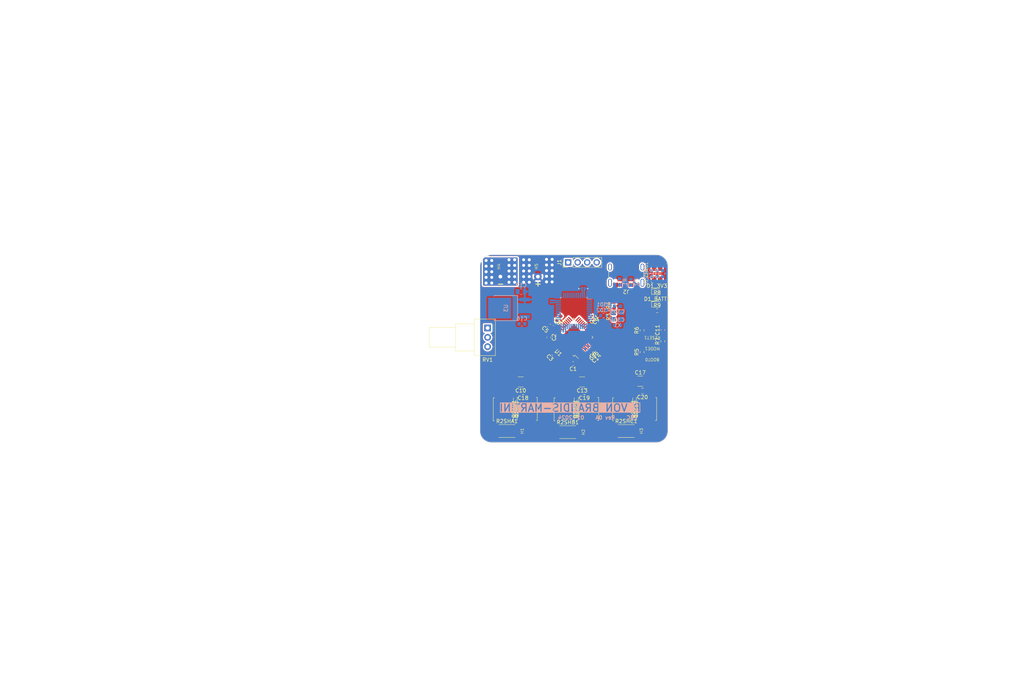
<source format=kicad_pcb>
(kicad_pcb (version 20221018) (generator pcbnew)
  (layers (0 "F.Cu" mixed) (1 "In1.Cu" power) (2 "In2.Cu" mixed) (3 "In3.Cu" power) (4 "In4.Cu" mixed) (5 "In5.Cu" power) (6 "In6.Cu" power) (31 "B.Cu" mixed) (34 "B.Paste" user) (35 "F.Paste" user) (36 "B.SilkS" user "B.Silkscreen") (37 "F.SilkS" user "F.Silkscreen") (38 "B.Mask" user) (39 "F.Mask" user) (44 "Edge.Cuts" user))
  (net 0 "")
  (net 1 "SH_A")
  (net 2 "SH_B")
  (net 3 "SH_C")
  (net 4 "+3V3")
  (net 5 "GND")
  (net 6 "+BATT")
  (net 7 "GAH")
  (net 8 "GAL")
  (net 9 "GBH")
  (net 10 "GBL")
  (net 11 "GCH")
  (net 12 "GCL")
  (net 13 "/MOTOR_DRIVE/A_OUT")
  (net 14 "/MOTOR_DRIVE/B_OUT")
  (net 15 "/MOTOR_DRIVE/C_OUT")
  (net 16 "/MOTOR_DRIVE/CURRENT_A")
  (net 17 "/MOTOR_DRIVE/CURRENT_B")
  (net 18 "/MOTOR_DRIVE/CURRENT_C")
  (net 19 "/MOTOR_DRIVE/CSN")
  (net 20 "/MOTOR_DRIVE/SCK")
  (net 21 "/MOTOR_DRIVE/SDI")
  (net 22 "/MOTOR_DRIVE/SDO")
  (net 23 "/MOTOR_DRIVE/GAL_IN")
  (net 24 "/MOTOR_DRIVE/GBL_IN")
  (net 25 "/MOTOR_DRIVE/GCL_IN")
  (net 26 "RSTn")
  (net 27 "MODE")
  (net 28 "BOOT0")
  (net 29 "SWDIO")
  (net 30 "SWCLK")
  (net 31 "/MOTOR_DRIVE/CA")
  (net 32 "/MOTOR_DRIVE/CB")
  (net 33 "/MOTOR_DRIVE/CC")
  (net 34 "/MOTOR_DRIVE/CPO")
  (net 35 "/MOTOR_DRIVE/CPI")
  (net 36 "/MOTOR_DRIVE/VCP")
  (net 37 "/MOTOR_DRIVE/12VOUT")
  (net 38 "/MOTOR_DRIVE/5VOUT")
  (net 39 "OSC_IN")
  (net 40 "/Microcontroller/OSC_PIN1")
  (net 41 "Net-(D1_3V3-K)")
  (net 42 "Net-(D1_BATT1-K)")
  (net 43 "/Microcontroller/RGB1")
  (net 44 "/Microcontroller/RGB3")
  (net 45 "/Microcontroller/RGB4")
  (net 46 "+5V")
  (net 47 "/Microcontroller/CC1")
  (net 48 "USB_D+")
  (net 49 "USB_D-")
  (net 51 "/Microcontroller/CC2")
  (net 53 "BATTERY")
  (net 54 "BLUEn")
  (net 55 "GREENn")
  (net 56 "REDn")
  (net 57 "OSC_OUT")
  (net 58 "SPEED")
  (net 60 "/MOTOR_DRIVE/GAH_IN")
  (net 61 "/MOTOR_DRIVE/GBH_IN")
  (net 62 "/MOTOR_DRIVE/GCH_IN")
  (net 63 "/MOTOR_DRIVE/DRV1_FUALT")
  (net 73 "/Microcontroller/CAN_RX")
  (net 76 "/Microcontroller/CAN_TX")
  (footprint "Resistor_SMD:R_0603_1608Metric" (layer "F.Cu") (at 175.7 96.525 90)
    (fp_text reference "R3")
    (fp_text value "24k3")
  )
  (footprint "Connector_USB:USB_C_Receptacle_GCT_USB4105-xx-A_16P_TopMnt_Horizontal" (layer "F.Cu") (at 178.95 84.32 180)
    (fp_text reference "J2")
    (fp_text value "USB_C_Receptacle_USB2.0")
  )
  (footprint "Capacitor_SMD:C_0201_0603Metric" (layer "F.Cu") (at 169.6 106.183883 -135)
    (fp_text reference "C15")
    (fp_text value "100n")
  )
  (footprint "Package_QFP:TQFP-48-1EP_7x7mm_P0.5mm_EP5x5mm" (layer "F.Cu") (at 165 101.983883 135)
    (fp_text reference "U1")
    (fp_text value "TMC6200-TA")
  )
  (footprint "Package_TO_SOT_SMD:TDSON-8-1" (layer "F.Cu") (at 162.395 121.195 -90)
    (fp_text reference "Q2BL1")
    (fp_text value "CSD18540Q5B")
  )
  (footprint "Capacitor_SMD:C_1210_3225Metric" (layer "F.Cu") (at 150.825 113.9 180)
    (fp_text reference "C10")
    (fp_text value "10u X7R 50V 1210")
  )
  (footprint "Capacitor_SMD:C_0805_2012Metric" (layer "F.Cu") (at 151.45 116.5 180)
    (fp_text reference "C18")
    (fp_text value "1u X7R 50V 0805")
  )
  (footprint "SWITCH:Wurth" (layer "F.Cu") (at 185.9 103.024999 180)
    (fp_text reference "MODE1")
    (fp_text value "435151014824")
  )
  (footprint "Capacitor_SMD:C_0402_1005Metric" (layer "F.Cu") (at 170.2 106.783883 -135)
    (fp_text reference "C14")
    (fp_text value "1u")
  )
  (footprint "Resistor_SMD:R_0603_1608Metric" (layer "F.Cu") (at 187.2 94.9)
    (fp_text reference "R9")
    (fp_text value "2.2k")
  )
  (footprint "Capacitor_SMD:C_0603_1608Metric" (layer "F.Cu") (at 164.8 109 180)
    (fp_text reference "C1")
    (fp_text value "1u")
  )
  (footprint "LED_Wurth:150120M173000" (layer "F.Cu") (at 187.2 85 90)
    (fp_text reference "D1_CHRG1")
    (fp_text value "LED_BAGR")
  )
  (footprint "Capacitor_SMD:C_0201_0603Metric" (layer "F.Cu") (at 169.643954 96.439933 -135)
    (fp_text reference "C21")
    (fp_text value "1u")
  )
  (footprint "LED_SMD:LED_0603_1608Metric" (layer "F.Cu") (at 187.2 93.2)
    (fp_text reference "D1_BATT1")
    (fp_text value "RED")
  )
  (footprint "Resistor_SMD:R_0603_1608Metric" (layer "F.Cu") (at 183.175 100.124999 90)
    (fp_text reference "R6")
    (fp_text value "10k")
  )
  (footprint "Pas:Pad_3x4" (layer "F.Cu") (at 153.195 126.995 90)
    (fp_text reference "H1")
    (fp_text value "MountingHole_Pad")
  )
  (footprint "LED_SMD:LED_0603_1608Metric" (layer "F.Cu") (at 187.2 89.8)
    (fp_text reference "D1_3V3")
    (fp_text value "RED")
  )
  (footprint "Resistor_SMD:R_0603_1608Metric" (layer "F.Cu") (at 175.7 93.475 90)
    (fp_text reference "R4")
    (fp_text value "162k")
  )
  (footprint "Potentiometer_THT:Potentiometer_Alps_RK09Y11_Single_Horizontal" (layer "F.Cu") (at 142 99.5)
    (fp_text reference "RV1")
    (fp_text value "R_Potentiometer")
  )
  (footprint "Connector_PinHeader_2.54mm:PinHeader_1x04_P2.54mm_Vertical" (layer "F.Cu") (at 163.46 82 90)
    (fp_text reference "J1")
    (fp_text value "Conn_01x04_Pin")
  )
  (footprint "Capacitor_SMD:C_0402_1005Metric" (layer "F.Cu") (at 159.8 98.583883 -45)
    (fp_text reference "C8")
    (fp_text value "100n")
  )
  (footprint "SWITCH:Wurth" (layer "F.Cu") (at 185.9 105.949999 180)
    (fp_text reference "BOOT0")
    (fp_text value "435151014824")
  )
  (footprint "Pas:Pad_THT_3x4" (layer "F.Cu") (at 155.4 83.1 90)
    (fp_text reference "H5")
    (fp_text value "MountingHole_Pad")
  )
  (footprint "Pas:Pad_3x4" (layer "F.Cu") (at 169.545 127.295 90)
    (fp_text reference "H2")
    (fp_text value "MountingHole_Pad")
  )
  (footprint "Capacitor_SMD:C_0603_1608Metric" (layer "F.Cu") (at 158.3 102 -90)
    (fp_text reference "C2")
    (fp_text value "1u")
  )
  (footprint "Capacitor_SMD:C_0805_2012Metric" (layer "F.Cu") (at 167.8 116.5 180)
    (fp_text reference "C19")
    (fp_text value "1u X7R 50V 0805")
  )
  (footprint "Capacitor_SMD:C_0603_1608Metric" (layer "F.Cu") (at 158.351992 98.851992 135)
    (fp_text reference "C5")
    (fp_text value "100n")
  )
  (footprint "Capacitor_SMD:C_0603_1608Metric" (layer "F.Cu") (at 188.725 100.049999 90)
    (fp_text reference "C11")
    (fp_text value "100n")
  )
  (footprint "Capacitor_SMD:C_0805_2012Metric" (layer "F.Cu") (at 183.3 116.3 180)
    (fp_text reference "C20")
    (fp_text value "1u X7R 50V 0805")
  )
  (footprint "Package_TO_SOT_SMD:TDSON-8-1" (layer "F.Cu") (at 168.91 121.095 90)
    (fp_text reference "Q2BH1")
    (fp_text value "CSD18540Q5B")
  )
  (footprint "Capacitor_SMD:C_1210_3225Metric" (layer "F.Cu") (at 182.7 113.7)
    (fp_text reference "C17")
    (fp_text value "10u X7R 50V 1210")
  )
  (footprint "Package_TO_SOT_SMD:TDSON-8-1" (layer "F.Cu") (at 178 121.2 -90)
    (fp_text reference "Q2CL1")
    (fp_text value "CSD18540Q5B")
  )
  (footprint "Resistor_SMD:R_0603_1608Metric" (layer "F.Cu") (at 183.175 105.949999 90)
    (fp_text reference "R5")
    (fp_text value "10k")
  )
  (footprint "Resistor_SMD:R_2512_6332Metric" (layer "F.Cu") (at 178.962501 127)
    (fp_text reference "R2SHC1")
    (fp_text value "1m")
  )
  (footprint "Capacitor_SMD:C_0603_1608Metric" (layer "F.Cu") (at 171.1 107.7 45)
    (fp_text reference "C6")
    (fp_text value "4u7")
  )
  (footprint "Pas:Pad_3x4" (layer "F.Cu") (at 185 127 90)
    (fp_text reference "H3")
    (fp_text value "MountingHole_Pad")
  )
  (footprint "Resistor_SMD:R_0603_1608Metric" (layer "F.Cu") (at 188.725 103.049999 90)
    (fp_text reference "R7")
    (fp_text value "10k")
  )
  (footprint "Resistor_SMD:R_2512_6332Metric" (layer "F.Cu") (at 163.3575 127.295)
    (fp_text reference "R2SHB1")
    (fp_text value "1m")
  )
  (footprint "SWITCH:Wurth" (layer "F.Cu") (at 185.9 100.1 180)
    (fp_text reference "RESET1")
    (fp_text value "435151014824")
  )
  (footprint "Capacitor_SMD:C_0201_0603Metric" (layer "F.Cu") (at 170.143952 96.939931 -135)
    (fp_text reference "C9")
    (fp_text value "100n")
  )
  (footprint "Resistor_SMD:R_0603_1608Metric" (layer "F.Cu") (at 187.2 91.5)
    (fp_text reference "R8")
    (fp_text value "470R")
  )
  (footprint "Capacitor_SMD:C_1210_3225Metric" (layer "F.Cu") (at 167.2 113.9 180)
    (fp_text reference "C13")
    (fp_text value "10u X7R 50V 1210")
  )
  (footprint "Pas:Pad_THT_3x4" (layer "F.Cu") (at 145.4 83.1 90)
    (fp_text reference "H4")
    (fp_text value "MountingHole_Pad")
  )
  (footprint "Package_TO_SOT_SMD:TDSON-8-1" (layer "F.Cu") (at 152.56 121.095 90)
    (fp_text reference "Q2AH1")
    (fp_text value "CSD18540Q5B")
  )
  (footprint "Package_TO_SOT_SMD:TDSON-8-1" (layer "F.Cu") (at 146.195 121.195 -90)
    (fp_text reference "Q2AL1")
    (fp_text value "CSD18540Q5B")
  )
  (footprint "Capacitor_SMD:C_0603_1608Metric" (layer "F.Cu") (at 160.9 96.9 -135)
    (fp_text reference "C4")
    (fp_text value "22n, 100V")
  )
  (footprint "Resistor_SMD:R_2512_6332Metric" (layer "F.Cu") (at 147.1575 126.995)
    (fp_text reference "R2SHA1")
    (fp_text value "1m")
  )
  (footprint "Package_TO_SOT_SMD:TDSON-8-1" (layer "F.Cu") (at 184.365 121.1 90)
    (fp_text reference "Q2CH1")
    (fp_text value "CSD18540Q5B")
  )
  (footprint "Capacitor_SMD:C_0603_1608Metric" (layer "F.Cu") (at 159.6 106.4 135)
    (fp_text reference "C3")
    (fp_text value "1u")
  )
  (footprint "Capacitor_SMD:C_0201_0603Metric" (layer "B.Cu") (at 159.5 92.42 -90)
    (fp_text reference "C303" hide)
    (fp_text value "100n")
  )
  (footprint "Capacitor_SMD:C_0603_1608Metric" (layer "B.Cu") (at 176.625005 98.799999 180)
    (fp_text reference "C304")
    (fp_text value "10p")
  )
  (footprint "Resistor_SMD:R_0603_1608Metric" (layer "B.Cu") (at 177.2 87.2 90)
    (fp_text reference "R1")
    (fp_text value "5.1k")
  )
  (footprint "Capacitor_SMD:C_0201_0603Metric" (layer "B.Cu") (at 167.5 89.4 180)
    (fp_text reference "C301" hide)
    (fp_text value "100n")
  )
  (footprint "Capacitor_SMD:C_0201_0603Metric" (layer "B.Cu") (at 158.8 92.42 -90)
    (fp_text reference "C3B2" hide)
    (fp_text value "1u")
  )
  (footprint "Capacitor_SMD:C_0603_1608Metric" (layer "B.Cu") (at 151.125 98.4 180)
    (fp_text reference "C16")
    (fp_text value "1uF 6.3V 0603")
  )
  (footprint "Resistor_SMD:R_0603_1608Metric" (layer "B.Cu") (at 187.2 85 -90)
    (fp_text reference "R10")
    (fp_text value "470R")
  )
  (footprint "Resistor_SMD:R_0603_1608Metric" (layer "B.Cu") (at 172.925003 96.199999 180)
    (fp_text reference "R302")
    (fp_text value "27k")
  )
  (footprint "Resistor_SMD:R_0603_1608Metric" (layer "B.Cu") (at 185.7 85 -90)
    (fp_text reference "R12")
    (fp_text value "100R")
  )
  (footprint "Crystal:Crystal_SMD_3225-4Pin_3.2x2.5mm" (layer "B.Cu") (at 176.635004 96.299999)
    (fp_text reference "X1")
    (fp_text value "24MHz")
  )
  (footprint "Capacitor_SMD:C_0402_1005Metric" (layer "B.Cu") (at 168.4 104.683883 -135)
    (fp_text reference "C7" hide)
    (fp_text value "2u2")
  )
  (footprint "Capacitor_SMD:C_0201_0603Metric" (layer "B.Cu") (at 162.5 100.5)
    (fp_text reference "C302" hide)
    (fp_text value "100n")
  )
  (footprint "Capacitor_SMD:C_0201_0603Metric" (layer "B.Cu") (at 167.5 88.7 180)
    (fp_text reference "C3B1" hide)
    (fp_text value "1u")
  )
  (footprint "Resistor_SMD:R_0603_1608Metric" (layer "B.Cu") (at 188.7 85 -90)
    (fp_text reference "R11")
    (fp_text value "100R")
  )
  (footprint "Resistor_SMD:R_0603_1608Metric" (layer "B.Cu") (at 180.2 87.275 90)
    (fp_text reference "R2")
    (fp_text value "5.1k")
  )
  (footprint "Capacitor_SMD:C_0603_1608Metric" (layer "B.Cu") (at 176.625002 93.699999)
    (fp_text reference "C305")
    (fp_text value "10p")
  )
  (footprint "Resistor_SMD:R_0603_1608Metric" (layer "B.Cu") (at 172.925 94.7 180)
    (fp_text reference "R301")
    (fp_text value "680")
  )
  (footprint "TPS7B8833QKVURQ1:KVU0003A-MFG" (layer "B.Cu") (at 146.875 94.2 -90)
    (fp_text reference "U3")
    (fp_text value "TPS7B8833QKVURQ1")
  )
  (footprint "Package_QFP:LQFP-48_7x7mm_P0.5mm" (layer "B.Cu") (at 165 94.95 180)
    (fp_text reference "U2" hide)
    (fp_text value "STM32G473CETx")
  )
  (footprint "Capacitor_SMD:C_0805_2012Metric" (layer "B.Cu") (at 150.95 89.8 180)
    (fp_text reference "C12")
    (fp_text value "1uF 50V 0805")
  )
  (gr_arc (start 190 127) (mid 189.12132 129.12132) (end 187 130) (stroke (width 0.1)) (layer "Edge.Cuts"))
  (gr_line (start 140.000001 83) (end 140 127) (stroke (width 0.1)) (layer "Edge.Cuts"))
  (gr_line (start 187 80) (end 143.12132 79.997644) (stroke (width 0.1)) (layer "Edge.Cuts"))
  (gr_line (start 143 130) (end 187 130) (stroke (width 0.1)) (layer "Edge.Cuts"))
  (gr_arc (start 143 130) (mid 140.878679 129.121321) (end 140 127) (stroke (width 0.1)) (layer "Edge.Cuts"))
  (gr_arc (start 187 80) (mid 189.12132 80.87868) (end 190 83) (stroke (width 0.1)) (layer "Edge.Cuts"))
  (gr_arc (start 140.000001 83) (mid 140.955865 80.870063) (end 143.12132 79.997644) (stroke (width 0.1)) (layer "Edge.Cuts"))
  (gr_line (start 190 127) (end 190 83) (stroke (width 0.1)) (layer "Edge.Cuts"))
  (gr_text "ESC    Rev 0A    01-2024" (at 182 124) (layer "B.SilkS") (effects (font (size 1 1) (thickness 0.2) bold) (justify left bottom mirror)))
  (gr_text "R VON BRANDIS-MARTINI" (at 183 122) (layer "B.SilkS" knockout) (effects (font (size 2 2) (thickness 0.3)) (justify left bottom mirror)))
  (gr_text "+" (at 154.34 88.57) (layer "F.SilkS") (effects (font (size 1.5 1.5) (thickness 0.25) bold) (justify left bottom)))
  (gr_text "-" (at 144.35 88.57) (layer "F.SilkS") (effects (font (size 1.5 1.5) (thickness 0.25) bold) (justify left bottom)))
  (via (at 168.7 89) (size 0.7) (drill 0.3) (layers "F.Cu" "B.Cu") (net 4))
  (segment (start 159.729168 92.1) (end 159.5 92.1) (width 0.3) (layer "B.Cu") (net 4))
  (segment (start 167.75 89.75) (end 167.82 89.68) (width 0.3) (layer "B.Cu") (net 4))
  (segment (start 167.82 89.68) (end 167.82 89.4) (width 0.3) (layer "B.Cu") (net 4))
  (segment (start 162.18 100.12) (end 162.25 100.05) (width 0.3) (layer "B.Cu") (net 4))
  (segment (start 159.829168 92.2) (end 159.729168 92.1) (width 0.3) (layer "B.Cu") (net 4))
  (segment (start 168.7 89) (end 168.12 89) (width 0.3) (layer "B.Cu") (net 4))
  (segment (start 162.25 100.05) (end 162.25 99.1125) (width 0.3) (layer "B.Cu") (net 4))
  (segment (start 168.22 89) (end 167.82 89.4) (width 0.3) (layer "B.Cu") (net 4))
  (segment (start 168.12 89) (end 167.82 88.7) (width 0.3) (layer "B.Cu") (net 4))
  (segment (start 160.8375 92.2) (end 159.829168 92.2) (width 0.3) (layer "B.Cu") (net 4))
  (segment (start 168.7 89) (end 168.22 89) (width 0.3) (layer "B.Cu") (net 4))
  (segment (start 158.8 92.1) (end 159.5 92.1) (width 0.4) (layer "B.Cu") (net 4))
  (segment (start 167.82 88.7) (end 167.82 89.4) (width 0.4) (layer "B.Cu") (net 4))
  (segment (start 162.18 100.5) (end 162.18 100.12) (width 0.3) (layer "B.Cu") (net 4))
  (segment (start 167.75 90.7875) (end 167.75 89.75) (width 0.3) (layer "B.Cu") (net 4))
  (via (at 149.2 85.8) (size 1.1) (drill 0.8) (layers "F.Cu" "B.Cu") (net 5))
  (via (at 149.2 84.3) (size 1.1) (drill 0.8) (layers "F.Cu" "B.Cu") (net 5))
  (via (at 149.2 87.3) (size 1.1) (drill 0.8) (layers "F.Cu" "B.Cu") (net 5))
  (via (at 143.1 84.5) (size 1.1) (drill 0.8) (layers "F.Cu" "B.Cu") (net 5))
  (via (at 147.7 81.3) (size 1.1) (drill 0.8) (layers "F.Cu" "B.Cu") (net 5))
  (via (at 143.1 81.5) (size 1.1) (drill 0.8) (layers "F.Cu" "B.Cu") (net 5))
  (via (at 149.2 81.3) (size 1.1) (drill 0.8) (layers "F.Cu" "B.Cu") (net 5))
  (via (at 147.7 84.3) (size 1.1) (drill 0.8) (layers "F.Cu" "B.Cu") (net 5))
  (via (at 141.6 84.5) (size 1.1) (drill 0.8) (layers "F.Cu" "B.Cu") (net 5))
  (via (at 141.6 87.5) (size 1.1) (drill 0.8) (layers "F.Cu" "B.Cu") (net 5))
  (via (at 143.1 86) (size 1.1) (drill 0.8) (layers "F.Cu" "B.Cu") (net 5))
  (via (at 166.3 89) (size 0.7) (drill 0.3) (layers "F.Cu" "B.Cu") (net 5))
  (via (at 149.2 82.8) (size 1.1) (drill 0.8) (layers "F.Cu" "B.Cu") (net 5))
  (via (at 143.1 83) (size 1.1) (drill 0.8) (layers "F.Cu" "B.Cu") (net 5))
  (via (at 141.6 81.5) (size 1.1) (drill 0.8) (layers "F.Cu" "B.Cu") (net 5))
  (via (at 141.6 86) (size 1.1) (drill 0.8) (layers "F.Cu" "B.Cu") (net 5))
  (via (at 141.6 83) (size 1.1) (drill 0.8) (layers "F.Cu" "B.Cu") (net 5))
  (via (at 147.7 82.8) (size 1.1) (drill 0.8) (layers "F.Cu" "B.Cu") (net 5))
  (via (at 147.7 87.3) (size 1.1) (drill 0.8) (layers "F.Cu" "B.Cu") (net 5))
  (via (at 143.1 87.5) (size 1.1) (drill 0.8) (layers "F.Cu" "B.Cu") (net 5))
  (via (at 147.7 85.8) (size 1.1) (drill 0.8) (layers "F.Cu" "B.Cu") (net 5))
  (segment (start 166.3 89) (end 166.88 89) (width 0.3) (layer "B.Cu") (net 5))
  (segment (start 162.82 100.02312) (end 162.82 100.5) (width 0.3) (layer "B.Cu") (net 5))
  (segment (start 166.3 89) (end 166.78 89) (width 0.3) (layer "B.Cu") (net 5))
  (segment (start 162.75 99.1125) (end 162.75 99.95312) (width 0.3) (layer "B.Cu") (net 5))
  (segment (start 166.88 89) (end 167.18 88.7) (width 0.3) (layer "B.Cu") (net 5))
  (segment (start 167.25 90.7875) (end 167.25 89.699168) (width 0.3) (layer "B.Cu") (net 5))
  (segment (start 167.25 89.699168) (end 167.18 89.629168) (width 0.3) (layer "B.Cu") (net 5))
  (segment (start 167.18 88.7) (end 167.18 89.4) (width 0.4) (layer "B.Cu") (net 5))
  (segment (start 162.75 99.95312) (end 162.82 100.02312) (width 0.3) (layer "B.Cu") (net 5))
  (segment (start 166.78 89) (end 167.18 89.4) (width 0.3) (layer "B.Cu") (net 5))
  (segment (start 167.18 89.629168) (end 167.18 89.4) (width 0.3) (layer "B.Cu") (net 5))
  (segment (start 158.8 92.74) (end 159.5 92.74) (width 0.4) (layer "B.Cu") (net 5))
  (segment (start 159.54 92.7) (end 159.5 92.74) (width 0.3) (layer "B.Cu") (net 5))
  (segment (start 160.8375 92.7) (end 159.54 92.7) (width 0.3) (layer "B.Cu") (net 5))
  (via (at 151.6 87.3) (size 1.1) (drill 0.8) (layers "F.Cu" "B.Cu") (net 6))
  (via (at 157.7 85.7) (size 1.1) (drill 0.8) (layers "F.Cu" "B.Cu") (net 6))
  (via (at 151.6 81.3) (size 1.1) (drill 0.8) (layers "F.Cu" "B.Cu") (net 6))
  (via (at 151.6 85.8) (size 1.1) (drill 0.8) (layers "F.Cu" "B.Cu") (net 6))
  (via (at 157.7 84.2) (size 1.1) (drill 0.8) (layers "F.Cu" "B.Cu") (net 6))
  (via (at 153.1 87.3) (size 1.1) (drill 0.8) (layers "F.Cu" "B.Cu") (net 6))
  (via (at 159.2 81.2) (size 1.1) (drill 0.8) (layers "F.Cu" "B.Cu") (net 6))
  (via (at 153.1 84.3) (size 1.1) (drill 0.8) (layers "F.Cu" "B.Cu") (net 6))
  (via (at 159.2 84.2) (size 1.1) (drill 0.8) (layers "F.Cu" "B.Cu") (net 6))
  (via (at 151.6 84.3) (size 1.1) (drill 0.8) (layers "F.Cu" "B.Cu") (net 6))
  (via (at 157.7 82.7) (size 1.1) (drill 0.8) (layers "F.Cu" "B.Cu") (net 6))
  (via (at 153.1 85.8) (size 1.1) (drill 0.8) (layers "F.Cu" "B.Cu") (net 6))
  (via (at 153.1 82.8) (size 1.1) (drill 0.8) (layers "F.Cu" "B.Cu") (net 6))
  (via (at 151.6 82.8) (size 1.1) (drill 0.8) (layers "F.Cu" "B.Cu") (net 6))
  (via (at 157.7 87.2) (size 1.1) (drill 0.8) (layers "F.Cu" "B.Cu") (net 6))
  (via (at 159.2 85.7) (size 1.1) (drill 0.8) (layers "F.Cu" "B.Cu") (net 6))
  (via (at 159.2 82.7) (size 1.1) (drill 0.8) (layers "F.Cu" "B.Cu") (net 6))
  (via (at 153.1 81.3) (size 1.1) (drill 0.8) (layers "F.Cu" "B.Cu") (net 6))
  (via (at 157.7 81.2) (size 1.1) (drill 0.8) (layers "F.Cu" "B.Cu") (net 6))
  (via (at 159.2 87.2) (size 1.1) (drill 0.8) (layers "F.Cu" "B.Cu") (net 6))
  (zone (net 6) (net_name "+BATT") (layers "F.Cu" "In2.Cu" "B.Cu") (priority 5) (connect_pads (clearance 0.4)) (min_thickness 0.2) (fill yes (thermal_gap 0.5) (thermal_bridge_width 0.5) (smoothing fillet) (radius 0.2))
    (polygon (pts (xy 140 80) (xy 140 130) (xy 190 130) (xy 190 80)))
  )
  (zone (net 5) (net_name "GND") (layers "F&B.Cu") (priority 15) (connect_pads yes (clearance 0.4)) (min_thickness 0.2) (fill yes (thermal_gap 0.5) (thermal_bridge_width 0.5) (smoothing fillet) (radius 0.2) (island_removal_mode 1) (island_area_min 10))
    (polygon (pts (xy 150 88.2) (xy 140.8 88.2) (xy 140.8 80.7) (xy 150 80.7)))
  )
)
</source>
